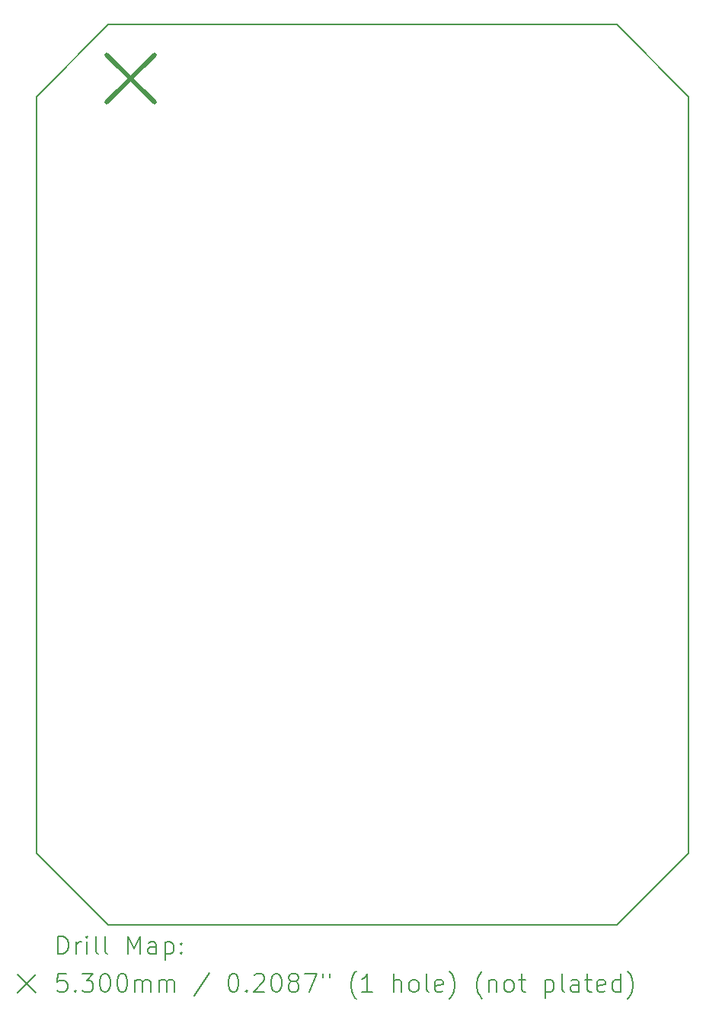
<source format=gbr>
%TF.GenerationSoftware,KiCad,Pcbnew,7.0.2*%
%TF.CreationDate,2023-06-01T22:42:41-04:00*%
%TF.ProjectId,sectr-soldering-kit,73656374-722d-4736-9f6c-646572696e67,rev?*%
%TF.SameCoordinates,Original*%
%TF.FileFunction,Drillmap*%
%TF.FilePolarity,Positive*%
%FSLAX45Y45*%
G04 Gerber Fmt 4.5, Leading zero omitted, Abs format (unit mm)*
G04 Created by KiCad (PCBNEW 7.0.2) date 2023-06-01 22:42:41*
%MOMM*%
%LPD*%
G01*
G04 APERTURE LIST*
%ADD10C,0.150000*%
%ADD11C,0.200000*%
%ADD12C,0.530000*%
G04 APERTURE END LIST*
D10*
X18100000Y-12900000D02*
X18100000Y-4500000D01*
X17300000Y-13700000D02*
X18100000Y-12900000D01*
X17300000Y-13700000D02*
X11650000Y-13700000D01*
X11650000Y-3700000D02*
X17300000Y-3700000D01*
X10850000Y-4500000D02*
X11650000Y-3700000D01*
X11650000Y-13700000D02*
X10850000Y-12900000D01*
X18100000Y-4500000D02*
X17300000Y-3700000D01*
X10850000Y-12900000D02*
X10850000Y-4500000D01*
D11*
D12*
X11635000Y-4035000D02*
X12165000Y-4565000D01*
X12165000Y-4035000D02*
X11635000Y-4565000D01*
D11*
X11090119Y-14020024D02*
X11090119Y-13820024D01*
X11090119Y-13820024D02*
X11137738Y-13820024D01*
X11137738Y-13820024D02*
X11166310Y-13829548D01*
X11166310Y-13829548D02*
X11185357Y-13848595D01*
X11185357Y-13848595D02*
X11194881Y-13867643D01*
X11194881Y-13867643D02*
X11204405Y-13905738D01*
X11204405Y-13905738D02*
X11204405Y-13934309D01*
X11204405Y-13934309D02*
X11194881Y-13972405D01*
X11194881Y-13972405D02*
X11185357Y-13991452D01*
X11185357Y-13991452D02*
X11166310Y-14010500D01*
X11166310Y-14010500D02*
X11137738Y-14020024D01*
X11137738Y-14020024D02*
X11090119Y-14020024D01*
X11290119Y-14020024D02*
X11290119Y-13886690D01*
X11290119Y-13924786D02*
X11299643Y-13905738D01*
X11299643Y-13905738D02*
X11309167Y-13896214D01*
X11309167Y-13896214D02*
X11328214Y-13886690D01*
X11328214Y-13886690D02*
X11347262Y-13886690D01*
X11413928Y-14020024D02*
X11413928Y-13886690D01*
X11413928Y-13820024D02*
X11404405Y-13829548D01*
X11404405Y-13829548D02*
X11413928Y-13839071D01*
X11413928Y-13839071D02*
X11423452Y-13829548D01*
X11423452Y-13829548D02*
X11413928Y-13820024D01*
X11413928Y-13820024D02*
X11413928Y-13839071D01*
X11537738Y-14020024D02*
X11518690Y-14010500D01*
X11518690Y-14010500D02*
X11509167Y-13991452D01*
X11509167Y-13991452D02*
X11509167Y-13820024D01*
X11642500Y-14020024D02*
X11623452Y-14010500D01*
X11623452Y-14010500D02*
X11613928Y-13991452D01*
X11613928Y-13991452D02*
X11613928Y-13820024D01*
X11871071Y-14020024D02*
X11871071Y-13820024D01*
X11871071Y-13820024D02*
X11937738Y-13962881D01*
X11937738Y-13962881D02*
X12004405Y-13820024D01*
X12004405Y-13820024D02*
X12004405Y-14020024D01*
X12185357Y-14020024D02*
X12185357Y-13915262D01*
X12185357Y-13915262D02*
X12175833Y-13896214D01*
X12175833Y-13896214D02*
X12156786Y-13886690D01*
X12156786Y-13886690D02*
X12118690Y-13886690D01*
X12118690Y-13886690D02*
X12099643Y-13896214D01*
X12185357Y-14010500D02*
X12166309Y-14020024D01*
X12166309Y-14020024D02*
X12118690Y-14020024D01*
X12118690Y-14020024D02*
X12099643Y-14010500D01*
X12099643Y-14010500D02*
X12090119Y-13991452D01*
X12090119Y-13991452D02*
X12090119Y-13972405D01*
X12090119Y-13972405D02*
X12099643Y-13953357D01*
X12099643Y-13953357D02*
X12118690Y-13943833D01*
X12118690Y-13943833D02*
X12166309Y-13943833D01*
X12166309Y-13943833D02*
X12185357Y-13934309D01*
X12280595Y-13886690D02*
X12280595Y-14086690D01*
X12280595Y-13896214D02*
X12299643Y-13886690D01*
X12299643Y-13886690D02*
X12337738Y-13886690D01*
X12337738Y-13886690D02*
X12356786Y-13896214D01*
X12356786Y-13896214D02*
X12366309Y-13905738D01*
X12366309Y-13905738D02*
X12375833Y-13924786D01*
X12375833Y-13924786D02*
X12375833Y-13981928D01*
X12375833Y-13981928D02*
X12366309Y-14000976D01*
X12366309Y-14000976D02*
X12356786Y-14010500D01*
X12356786Y-14010500D02*
X12337738Y-14020024D01*
X12337738Y-14020024D02*
X12299643Y-14020024D01*
X12299643Y-14020024D02*
X12280595Y-14010500D01*
X12461548Y-14000976D02*
X12471071Y-14010500D01*
X12471071Y-14010500D02*
X12461548Y-14020024D01*
X12461548Y-14020024D02*
X12452024Y-14010500D01*
X12452024Y-14010500D02*
X12461548Y-14000976D01*
X12461548Y-14000976D02*
X12461548Y-14020024D01*
X12461548Y-13896214D02*
X12471071Y-13905738D01*
X12471071Y-13905738D02*
X12461548Y-13915262D01*
X12461548Y-13915262D02*
X12452024Y-13905738D01*
X12452024Y-13905738D02*
X12461548Y-13896214D01*
X12461548Y-13896214D02*
X12461548Y-13915262D01*
X10642500Y-14247500D02*
X10842500Y-14447500D01*
X10842500Y-14247500D02*
X10642500Y-14447500D01*
X11185357Y-14240024D02*
X11090119Y-14240024D01*
X11090119Y-14240024D02*
X11080595Y-14335262D01*
X11080595Y-14335262D02*
X11090119Y-14325738D01*
X11090119Y-14325738D02*
X11109167Y-14316214D01*
X11109167Y-14316214D02*
X11156786Y-14316214D01*
X11156786Y-14316214D02*
X11175833Y-14325738D01*
X11175833Y-14325738D02*
X11185357Y-14335262D01*
X11185357Y-14335262D02*
X11194881Y-14354309D01*
X11194881Y-14354309D02*
X11194881Y-14401928D01*
X11194881Y-14401928D02*
X11185357Y-14420976D01*
X11185357Y-14420976D02*
X11175833Y-14430500D01*
X11175833Y-14430500D02*
X11156786Y-14440024D01*
X11156786Y-14440024D02*
X11109167Y-14440024D01*
X11109167Y-14440024D02*
X11090119Y-14430500D01*
X11090119Y-14430500D02*
X11080595Y-14420976D01*
X11280595Y-14420976D02*
X11290119Y-14430500D01*
X11290119Y-14430500D02*
X11280595Y-14440024D01*
X11280595Y-14440024D02*
X11271071Y-14430500D01*
X11271071Y-14430500D02*
X11280595Y-14420976D01*
X11280595Y-14420976D02*
X11280595Y-14440024D01*
X11356786Y-14240024D02*
X11480595Y-14240024D01*
X11480595Y-14240024D02*
X11413928Y-14316214D01*
X11413928Y-14316214D02*
X11442500Y-14316214D01*
X11442500Y-14316214D02*
X11461548Y-14325738D01*
X11461548Y-14325738D02*
X11471071Y-14335262D01*
X11471071Y-14335262D02*
X11480595Y-14354309D01*
X11480595Y-14354309D02*
X11480595Y-14401928D01*
X11480595Y-14401928D02*
X11471071Y-14420976D01*
X11471071Y-14420976D02*
X11461548Y-14430500D01*
X11461548Y-14430500D02*
X11442500Y-14440024D01*
X11442500Y-14440024D02*
X11385357Y-14440024D01*
X11385357Y-14440024D02*
X11366309Y-14430500D01*
X11366309Y-14430500D02*
X11356786Y-14420976D01*
X11604405Y-14240024D02*
X11623452Y-14240024D01*
X11623452Y-14240024D02*
X11642500Y-14249548D01*
X11642500Y-14249548D02*
X11652024Y-14259071D01*
X11652024Y-14259071D02*
X11661548Y-14278119D01*
X11661548Y-14278119D02*
X11671071Y-14316214D01*
X11671071Y-14316214D02*
X11671071Y-14363833D01*
X11671071Y-14363833D02*
X11661548Y-14401928D01*
X11661548Y-14401928D02*
X11652024Y-14420976D01*
X11652024Y-14420976D02*
X11642500Y-14430500D01*
X11642500Y-14430500D02*
X11623452Y-14440024D01*
X11623452Y-14440024D02*
X11604405Y-14440024D01*
X11604405Y-14440024D02*
X11585357Y-14430500D01*
X11585357Y-14430500D02*
X11575833Y-14420976D01*
X11575833Y-14420976D02*
X11566309Y-14401928D01*
X11566309Y-14401928D02*
X11556786Y-14363833D01*
X11556786Y-14363833D02*
X11556786Y-14316214D01*
X11556786Y-14316214D02*
X11566309Y-14278119D01*
X11566309Y-14278119D02*
X11575833Y-14259071D01*
X11575833Y-14259071D02*
X11585357Y-14249548D01*
X11585357Y-14249548D02*
X11604405Y-14240024D01*
X11794881Y-14240024D02*
X11813929Y-14240024D01*
X11813929Y-14240024D02*
X11832976Y-14249548D01*
X11832976Y-14249548D02*
X11842500Y-14259071D01*
X11842500Y-14259071D02*
X11852024Y-14278119D01*
X11852024Y-14278119D02*
X11861548Y-14316214D01*
X11861548Y-14316214D02*
X11861548Y-14363833D01*
X11861548Y-14363833D02*
X11852024Y-14401928D01*
X11852024Y-14401928D02*
X11842500Y-14420976D01*
X11842500Y-14420976D02*
X11832976Y-14430500D01*
X11832976Y-14430500D02*
X11813929Y-14440024D01*
X11813929Y-14440024D02*
X11794881Y-14440024D01*
X11794881Y-14440024D02*
X11775833Y-14430500D01*
X11775833Y-14430500D02*
X11766309Y-14420976D01*
X11766309Y-14420976D02*
X11756786Y-14401928D01*
X11756786Y-14401928D02*
X11747262Y-14363833D01*
X11747262Y-14363833D02*
X11747262Y-14316214D01*
X11747262Y-14316214D02*
X11756786Y-14278119D01*
X11756786Y-14278119D02*
X11766309Y-14259071D01*
X11766309Y-14259071D02*
X11775833Y-14249548D01*
X11775833Y-14249548D02*
X11794881Y-14240024D01*
X11947262Y-14440024D02*
X11947262Y-14306690D01*
X11947262Y-14325738D02*
X11956786Y-14316214D01*
X11956786Y-14316214D02*
X11975833Y-14306690D01*
X11975833Y-14306690D02*
X12004405Y-14306690D01*
X12004405Y-14306690D02*
X12023452Y-14316214D01*
X12023452Y-14316214D02*
X12032976Y-14335262D01*
X12032976Y-14335262D02*
X12032976Y-14440024D01*
X12032976Y-14335262D02*
X12042500Y-14316214D01*
X12042500Y-14316214D02*
X12061548Y-14306690D01*
X12061548Y-14306690D02*
X12090119Y-14306690D01*
X12090119Y-14306690D02*
X12109167Y-14316214D01*
X12109167Y-14316214D02*
X12118690Y-14335262D01*
X12118690Y-14335262D02*
X12118690Y-14440024D01*
X12213929Y-14440024D02*
X12213929Y-14306690D01*
X12213929Y-14325738D02*
X12223452Y-14316214D01*
X12223452Y-14316214D02*
X12242500Y-14306690D01*
X12242500Y-14306690D02*
X12271071Y-14306690D01*
X12271071Y-14306690D02*
X12290119Y-14316214D01*
X12290119Y-14316214D02*
X12299643Y-14335262D01*
X12299643Y-14335262D02*
X12299643Y-14440024D01*
X12299643Y-14335262D02*
X12309167Y-14316214D01*
X12309167Y-14316214D02*
X12328214Y-14306690D01*
X12328214Y-14306690D02*
X12356786Y-14306690D01*
X12356786Y-14306690D02*
X12375833Y-14316214D01*
X12375833Y-14316214D02*
X12385357Y-14335262D01*
X12385357Y-14335262D02*
X12385357Y-14440024D01*
X12775833Y-14230500D02*
X12604405Y-14487643D01*
X13032976Y-14240024D02*
X13052024Y-14240024D01*
X13052024Y-14240024D02*
X13071072Y-14249548D01*
X13071072Y-14249548D02*
X13080595Y-14259071D01*
X13080595Y-14259071D02*
X13090119Y-14278119D01*
X13090119Y-14278119D02*
X13099643Y-14316214D01*
X13099643Y-14316214D02*
X13099643Y-14363833D01*
X13099643Y-14363833D02*
X13090119Y-14401928D01*
X13090119Y-14401928D02*
X13080595Y-14420976D01*
X13080595Y-14420976D02*
X13071072Y-14430500D01*
X13071072Y-14430500D02*
X13052024Y-14440024D01*
X13052024Y-14440024D02*
X13032976Y-14440024D01*
X13032976Y-14440024D02*
X13013929Y-14430500D01*
X13013929Y-14430500D02*
X13004405Y-14420976D01*
X13004405Y-14420976D02*
X12994881Y-14401928D01*
X12994881Y-14401928D02*
X12985357Y-14363833D01*
X12985357Y-14363833D02*
X12985357Y-14316214D01*
X12985357Y-14316214D02*
X12994881Y-14278119D01*
X12994881Y-14278119D02*
X13004405Y-14259071D01*
X13004405Y-14259071D02*
X13013929Y-14249548D01*
X13013929Y-14249548D02*
X13032976Y-14240024D01*
X13185357Y-14420976D02*
X13194881Y-14430500D01*
X13194881Y-14430500D02*
X13185357Y-14440024D01*
X13185357Y-14440024D02*
X13175833Y-14430500D01*
X13175833Y-14430500D02*
X13185357Y-14420976D01*
X13185357Y-14420976D02*
X13185357Y-14440024D01*
X13271072Y-14259071D02*
X13280595Y-14249548D01*
X13280595Y-14249548D02*
X13299643Y-14240024D01*
X13299643Y-14240024D02*
X13347262Y-14240024D01*
X13347262Y-14240024D02*
X13366310Y-14249548D01*
X13366310Y-14249548D02*
X13375833Y-14259071D01*
X13375833Y-14259071D02*
X13385357Y-14278119D01*
X13385357Y-14278119D02*
X13385357Y-14297167D01*
X13385357Y-14297167D02*
X13375833Y-14325738D01*
X13375833Y-14325738D02*
X13261548Y-14440024D01*
X13261548Y-14440024D02*
X13385357Y-14440024D01*
X13509167Y-14240024D02*
X13528214Y-14240024D01*
X13528214Y-14240024D02*
X13547262Y-14249548D01*
X13547262Y-14249548D02*
X13556786Y-14259071D01*
X13556786Y-14259071D02*
X13566310Y-14278119D01*
X13566310Y-14278119D02*
X13575833Y-14316214D01*
X13575833Y-14316214D02*
X13575833Y-14363833D01*
X13575833Y-14363833D02*
X13566310Y-14401928D01*
X13566310Y-14401928D02*
X13556786Y-14420976D01*
X13556786Y-14420976D02*
X13547262Y-14430500D01*
X13547262Y-14430500D02*
X13528214Y-14440024D01*
X13528214Y-14440024D02*
X13509167Y-14440024D01*
X13509167Y-14440024D02*
X13490119Y-14430500D01*
X13490119Y-14430500D02*
X13480595Y-14420976D01*
X13480595Y-14420976D02*
X13471072Y-14401928D01*
X13471072Y-14401928D02*
X13461548Y-14363833D01*
X13461548Y-14363833D02*
X13461548Y-14316214D01*
X13461548Y-14316214D02*
X13471072Y-14278119D01*
X13471072Y-14278119D02*
X13480595Y-14259071D01*
X13480595Y-14259071D02*
X13490119Y-14249548D01*
X13490119Y-14249548D02*
X13509167Y-14240024D01*
X13690119Y-14325738D02*
X13671072Y-14316214D01*
X13671072Y-14316214D02*
X13661548Y-14306690D01*
X13661548Y-14306690D02*
X13652024Y-14287643D01*
X13652024Y-14287643D02*
X13652024Y-14278119D01*
X13652024Y-14278119D02*
X13661548Y-14259071D01*
X13661548Y-14259071D02*
X13671072Y-14249548D01*
X13671072Y-14249548D02*
X13690119Y-14240024D01*
X13690119Y-14240024D02*
X13728214Y-14240024D01*
X13728214Y-14240024D02*
X13747262Y-14249548D01*
X13747262Y-14249548D02*
X13756786Y-14259071D01*
X13756786Y-14259071D02*
X13766310Y-14278119D01*
X13766310Y-14278119D02*
X13766310Y-14287643D01*
X13766310Y-14287643D02*
X13756786Y-14306690D01*
X13756786Y-14306690D02*
X13747262Y-14316214D01*
X13747262Y-14316214D02*
X13728214Y-14325738D01*
X13728214Y-14325738D02*
X13690119Y-14325738D01*
X13690119Y-14325738D02*
X13671072Y-14335262D01*
X13671072Y-14335262D02*
X13661548Y-14344786D01*
X13661548Y-14344786D02*
X13652024Y-14363833D01*
X13652024Y-14363833D02*
X13652024Y-14401928D01*
X13652024Y-14401928D02*
X13661548Y-14420976D01*
X13661548Y-14420976D02*
X13671072Y-14430500D01*
X13671072Y-14430500D02*
X13690119Y-14440024D01*
X13690119Y-14440024D02*
X13728214Y-14440024D01*
X13728214Y-14440024D02*
X13747262Y-14430500D01*
X13747262Y-14430500D02*
X13756786Y-14420976D01*
X13756786Y-14420976D02*
X13766310Y-14401928D01*
X13766310Y-14401928D02*
X13766310Y-14363833D01*
X13766310Y-14363833D02*
X13756786Y-14344786D01*
X13756786Y-14344786D02*
X13747262Y-14335262D01*
X13747262Y-14335262D02*
X13728214Y-14325738D01*
X13832976Y-14240024D02*
X13966310Y-14240024D01*
X13966310Y-14240024D02*
X13880595Y-14440024D01*
X14032976Y-14240024D02*
X14032976Y-14278119D01*
X14109167Y-14240024D02*
X14109167Y-14278119D01*
X14404405Y-14516214D02*
X14394881Y-14506690D01*
X14394881Y-14506690D02*
X14375834Y-14478119D01*
X14375834Y-14478119D02*
X14366310Y-14459071D01*
X14366310Y-14459071D02*
X14356786Y-14430500D01*
X14356786Y-14430500D02*
X14347262Y-14382881D01*
X14347262Y-14382881D02*
X14347262Y-14344786D01*
X14347262Y-14344786D02*
X14356786Y-14297167D01*
X14356786Y-14297167D02*
X14366310Y-14268595D01*
X14366310Y-14268595D02*
X14375834Y-14249548D01*
X14375834Y-14249548D02*
X14394881Y-14220976D01*
X14394881Y-14220976D02*
X14404405Y-14211452D01*
X14585357Y-14440024D02*
X14471072Y-14440024D01*
X14528214Y-14440024D02*
X14528214Y-14240024D01*
X14528214Y-14240024D02*
X14509167Y-14268595D01*
X14509167Y-14268595D02*
X14490119Y-14287643D01*
X14490119Y-14287643D02*
X14471072Y-14297167D01*
X14823453Y-14440024D02*
X14823453Y-14240024D01*
X14909167Y-14440024D02*
X14909167Y-14335262D01*
X14909167Y-14335262D02*
X14899643Y-14316214D01*
X14899643Y-14316214D02*
X14880596Y-14306690D01*
X14880596Y-14306690D02*
X14852024Y-14306690D01*
X14852024Y-14306690D02*
X14832976Y-14316214D01*
X14832976Y-14316214D02*
X14823453Y-14325738D01*
X15032976Y-14440024D02*
X15013929Y-14430500D01*
X15013929Y-14430500D02*
X15004405Y-14420976D01*
X15004405Y-14420976D02*
X14994881Y-14401928D01*
X14994881Y-14401928D02*
X14994881Y-14344786D01*
X14994881Y-14344786D02*
X15004405Y-14325738D01*
X15004405Y-14325738D02*
X15013929Y-14316214D01*
X15013929Y-14316214D02*
X15032976Y-14306690D01*
X15032976Y-14306690D02*
X15061548Y-14306690D01*
X15061548Y-14306690D02*
X15080596Y-14316214D01*
X15080596Y-14316214D02*
X15090119Y-14325738D01*
X15090119Y-14325738D02*
X15099643Y-14344786D01*
X15099643Y-14344786D02*
X15099643Y-14401928D01*
X15099643Y-14401928D02*
X15090119Y-14420976D01*
X15090119Y-14420976D02*
X15080596Y-14430500D01*
X15080596Y-14430500D02*
X15061548Y-14440024D01*
X15061548Y-14440024D02*
X15032976Y-14440024D01*
X15213929Y-14440024D02*
X15194881Y-14430500D01*
X15194881Y-14430500D02*
X15185357Y-14411452D01*
X15185357Y-14411452D02*
X15185357Y-14240024D01*
X15366310Y-14430500D02*
X15347262Y-14440024D01*
X15347262Y-14440024D02*
X15309167Y-14440024D01*
X15309167Y-14440024D02*
X15290119Y-14430500D01*
X15290119Y-14430500D02*
X15280596Y-14411452D01*
X15280596Y-14411452D02*
X15280596Y-14335262D01*
X15280596Y-14335262D02*
X15290119Y-14316214D01*
X15290119Y-14316214D02*
X15309167Y-14306690D01*
X15309167Y-14306690D02*
X15347262Y-14306690D01*
X15347262Y-14306690D02*
X15366310Y-14316214D01*
X15366310Y-14316214D02*
X15375834Y-14335262D01*
X15375834Y-14335262D02*
X15375834Y-14354309D01*
X15375834Y-14354309D02*
X15280596Y-14373357D01*
X15442500Y-14516214D02*
X15452024Y-14506690D01*
X15452024Y-14506690D02*
X15471072Y-14478119D01*
X15471072Y-14478119D02*
X15480596Y-14459071D01*
X15480596Y-14459071D02*
X15490119Y-14430500D01*
X15490119Y-14430500D02*
X15499643Y-14382881D01*
X15499643Y-14382881D02*
X15499643Y-14344786D01*
X15499643Y-14344786D02*
X15490119Y-14297167D01*
X15490119Y-14297167D02*
X15480596Y-14268595D01*
X15480596Y-14268595D02*
X15471072Y-14249548D01*
X15471072Y-14249548D02*
X15452024Y-14220976D01*
X15452024Y-14220976D02*
X15442500Y-14211452D01*
X15804405Y-14516214D02*
X15794881Y-14506690D01*
X15794881Y-14506690D02*
X15775834Y-14478119D01*
X15775834Y-14478119D02*
X15766310Y-14459071D01*
X15766310Y-14459071D02*
X15756786Y-14430500D01*
X15756786Y-14430500D02*
X15747262Y-14382881D01*
X15747262Y-14382881D02*
X15747262Y-14344786D01*
X15747262Y-14344786D02*
X15756786Y-14297167D01*
X15756786Y-14297167D02*
X15766310Y-14268595D01*
X15766310Y-14268595D02*
X15775834Y-14249548D01*
X15775834Y-14249548D02*
X15794881Y-14220976D01*
X15794881Y-14220976D02*
X15804405Y-14211452D01*
X15880596Y-14306690D02*
X15880596Y-14440024D01*
X15880596Y-14325738D02*
X15890119Y-14316214D01*
X15890119Y-14316214D02*
X15909167Y-14306690D01*
X15909167Y-14306690D02*
X15937738Y-14306690D01*
X15937738Y-14306690D02*
X15956786Y-14316214D01*
X15956786Y-14316214D02*
X15966310Y-14335262D01*
X15966310Y-14335262D02*
X15966310Y-14440024D01*
X16090119Y-14440024D02*
X16071072Y-14430500D01*
X16071072Y-14430500D02*
X16061548Y-14420976D01*
X16061548Y-14420976D02*
X16052024Y-14401928D01*
X16052024Y-14401928D02*
X16052024Y-14344786D01*
X16052024Y-14344786D02*
X16061548Y-14325738D01*
X16061548Y-14325738D02*
X16071072Y-14316214D01*
X16071072Y-14316214D02*
X16090119Y-14306690D01*
X16090119Y-14306690D02*
X16118691Y-14306690D01*
X16118691Y-14306690D02*
X16137738Y-14316214D01*
X16137738Y-14316214D02*
X16147262Y-14325738D01*
X16147262Y-14325738D02*
X16156786Y-14344786D01*
X16156786Y-14344786D02*
X16156786Y-14401928D01*
X16156786Y-14401928D02*
X16147262Y-14420976D01*
X16147262Y-14420976D02*
X16137738Y-14430500D01*
X16137738Y-14430500D02*
X16118691Y-14440024D01*
X16118691Y-14440024D02*
X16090119Y-14440024D01*
X16213929Y-14306690D02*
X16290119Y-14306690D01*
X16242500Y-14240024D02*
X16242500Y-14411452D01*
X16242500Y-14411452D02*
X16252024Y-14430500D01*
X16252024Y-14430500D02*
X16271072Y-14440024D01*
X16271072Y-14440024D02*
X16290119Y-14440024D01*
X16509167Y-14306690D02*
X16509167Y-14506690D01*
X16509167Y-14316214D02*
X16528215Y-14306690D01*
X16528215Y-14306690D02*
X16566310Y-14306690D01*
X16566310Y-14306690D02*
X16585358Y-14316214D01*
X16585358Y-14316214D02*
X16594881Y-14325738D01*
X16594881Y-14325738D02*
X16604405Y-14344786D01*
X16604405Y-14344786D02*
X16604405Y-14401928D01*
X16604405Y-14401928D02*
X16594881Y-14420976D01*
X16594881Y-14420976D02*
X16585358Y-14430500D01*
X16585358Y-14430500D02*
X16566310Y-14440024D01*
X16566310Y-14440024D02*
X16528215Y-14440024D01*
X16528215Y-14440024D02*
X16509167Y-14430500D01*
X16718691Y-14440024D02*
X16699643Y-14430500D01*
X16699643Y-14430500D02*
X16690119Y-14411452D01*
X16690119Y-14411452D02*
X16690119Y-14240024D01*
X16880596Y-14440024D02*
X16880596Y-14335262D01*
X16880596Y-14335262D02*
X16871072Y-14316214D01*
X16871072Y-14316214D02*
X16852024Y-14306690D01*
X16852024Y-14306690D02*
X16813929Y-14306690D01*
X16813929Y-14306690D02*
X16794881Y-14316214D01*
X16880596Y-14430500D02*
X16861548Y-14440024D01*
X16861548Y-14440024D02*
X16813929Y-14440024D01*
X16813929Y-14440024D02*
X16794881Y-14430500D01*
X16794881Y-14430500D02*
X16785358Y-14411452D01*
X16785358Y-14411452D02*
X16785358Y-14392405D01*
X16785358Y-14392405D02*
X16794881Y-14373357D01*
X16794881Y-14373357D02*
X16813929Y-14363833D01*
X16813929Y-14363833D02*
X16861548Y-14363833D01*
X16861548Y-14363833D02*
X16880596Y-14354309D01*
X16947262Y-14306690D02*
X17023453Y-14306690D01*
X16975834Y-14240024D02*
X16975834Y-14411452D01*
X16975834Y-14411452D02*
X16985358Y-14430500D01*
X16985358Y-14430500D02*
X17004405Y-14440024D01*
X17004405Y-14440024D02*
X17023453Y-14440024D01*
X17166310Y-14430500D02*
X17147262Y-14440024D01*
X17147262Y-14440024D02*
X17109167Y-14440024D01*
X17109167Y-14440024D02*
X17090120Y-14430500D01*
X17090120Y-14430500D02*
X17080596Y-14411452D01*
X17080596Y-14411452D02*
X17080596Y-14335262D01*
X17080596Y-14335262D02*
X17090120Y-14316214D01*
X17090120Y-14316214D02*
X17109167Y-14306690D01*
X17109167Y-14306690D02*
X17147262Y-14306690D01*
X17147262Y-14306690D02*
X17166310Y-14316214D01*
X17166310Y-14316214D02*
X17175834Y-14335262D01*
X17175834Y-14335262D02*
X17175834Y-14354309D01*
X17175834Y-14354309D02*
X17080596Y-14373357D01*
X17347262Y-14440024D02*
X17347262Y-14240024D01*
X17347262Y-14430500D02*
X17328215Y-14440024D01*
X17328215Y-14440024D02*
X17290120Y-14440024D01*
X17290120Y-14440024D02*
X17271072Y-14430500D01*
X17271072Y-14430500D02*
X17261548Y-14420976D01*
X17261548Y-14420976D02*
X17252024Y-14401928D01*
X17252024Y-14401928D02*
X17252024Y-14344786D01*
X17252024Y-14344786D02*
X17261548Y-14325738D01*
X17261548Y-14325738D02*
X17271072Y-14316214D01*
X17271072Y-14316214D02*
X17290120Y-14306690D01*
X17290120Y-14306690D02*
X17328215Y-14306690D01*
X17328215Y-14306690D02*
X17347262Y-14316214D01*
X17423453Y-14516214D02*
X17432977Y-14506690D01*
X17432977Y-14506690D02*
X17452024Y-14478119D01*
X17452024Y-14478119D02*
X17461548Y-14459071D01*
X17461548Y-14459071D02*
X17471072Y-14430500D01*
X17471072Y-14430500D02*
X17480596Y-14382881D01*
X17480596Y-14382881D02*
X17480596Y-14344786D01*
X17480596Y-14344786D02*
X17471072Y-14297167D01*
X17471072Y-14297167D02*
X17461548Y-14268595D01*
X17461548Y-14268595D02*
X17452024Y-14249548D01*
X17452024Y-14249548D02*
X17432977Y-14220976D01*
X17432977Y-14220976D02*
X17423453Y-14211452D01*
M02*

</source>
